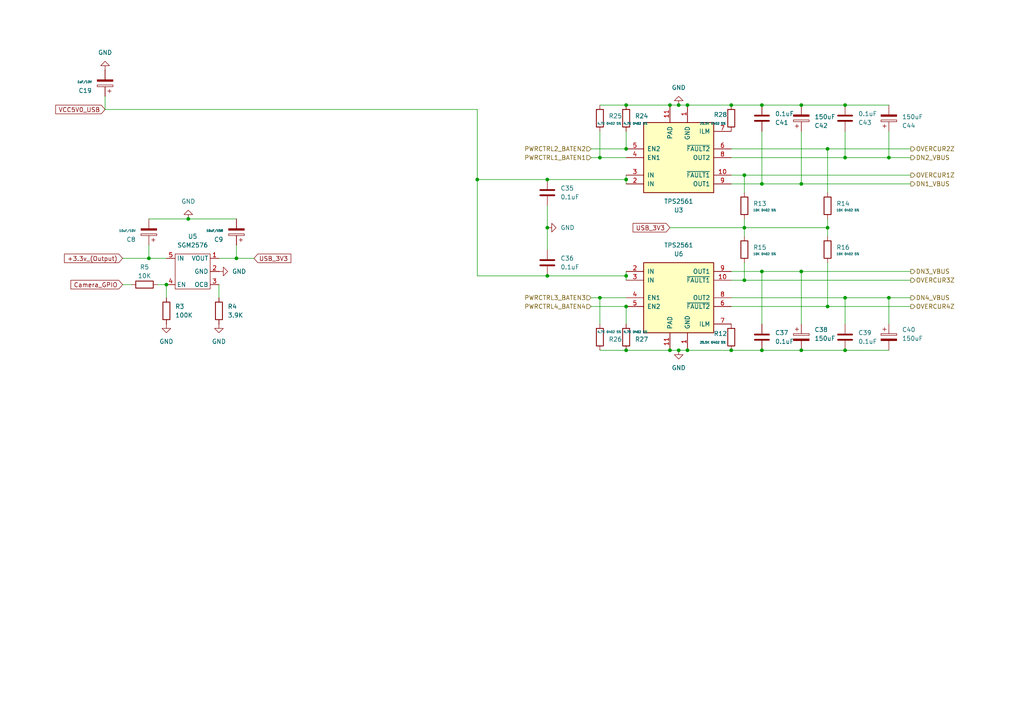
<source format=kicad_sch>
(kicad_sch (version 20250114) (generator "eeschema") (generator_version "9.0")
  (paper "A4")
  (lib_symbols
    (symbol "Device:C" (pin_numbers (hide yes)) (pin_names (offset 0.254))
      (property "Reference" "C" (at 0.635 2.54 0))
      (property "Value" "C" (at 0.635 -2.54 0))
      (symbol "C_0_1"
        (polyline (pts (xy -2.032 0.762) (xy 2.032 0.762)) (stroke (width 0.508)))
        (polyline (pts (xy -2.032 -0.762) (xy 2.032 -0.762)) (stroke (width 0.508)))
      )
      (symbol "C_1_1"
        (pin passive line (at 0 3.81 270) (length 2.794) (name "~") (number "1"))
        (pin passive line (at 0 -3.81 90) (length 2.794) (name "~") (number "2"))
      )
    )
    (symbol "Device:C_Polarized" (pin_numbers (hide yes)) (pin_names (offset 0.254))
      (property "Reference" "C" (at 0.635 2.54 0))
      (property "Value" "C_Polarized" (at 0.635 -2.54 0))
      (symbol "C_Polarized_0_1"
        (rectangle (start -2.286 0.508) (end 2.286 1.016))
        (polyline (pts (xy -1.778 2.286) (xy -0.762 2.286)))
        (polyline (pts (xy -1.27 2.794) (xy -1.27 1.778)))
        (rectangle (start 2.286 -0.508) (end -2.286 -1.016) (fill (type outline)))
      )
      (symbol "C_Polarized_1_1"
        (pin passive line (at 0 3.81 270) (length 2.794) (name "~") (number "1"))
        (pin passive line (at 0 -3.81 90) (length 2.794) (name "~") (number "2"))
      )
    )
    (symbol "Device:R" (pin_numbers (hide yes)) (pin_names (offset 0))
      (property "Reference" "R" (at 2.032 0 90))
      (property "Value" "R" (at 0 0 90))
      (symbol "R_0_1"
        (rectangle (start -1.016 -2.54) (end 1.016 2.54) (stroke (width 0.254)))
      )
      (symbol "R_1_1"
        (pin passive line (at 0 3.81 270) (length 1.27) (name "~") (number "1"))
        (pin passive line (at 0 -3.81 90) (length 1.27) (name "~") (number "2"))
      )
    )
    (symbol "Interface_USB:TPS2561" (pin_names (offset 1.016))
      (property "Reference" "U" (at -10.16 12.7 0))
      (property "Value" "TPS2561" (at -5.08 12.7 0))
      (symbol "TPS2561_0_1"
        (rectangle (start -10.16 10.16) (end 10.16 -10.16) (stroke (width 0.254)) (fill (type background)))
      )
      (symbol "TPS2561_1_1"
        (pin power_in line (at -15.24 7.62 0) (length 5.08) (name "IN") (number "2"))
        (pin power_in line (at -15.24 5.08 0) (length 5.08) (name "IN") (number "3"))
        (pin input line (at -15.24 0 0) (length 5.08) (name "EN1") (number "4"))
        (pin input line (at -15.24 -2.54 0) (length 5.08) (name "EN2") (number "5"))
        (pin power_in line (at -2.54 -15.24 90) (length 5.08) (name "PAD") (number "11"))
        (pin power_in line (at 2.54 -15.24 90) (length 5.08) (name "GND") (number "1"))
        (pin output line (at 15.24 7.62 180) (length 5.08) (name "OUT1") (number "9"))
        (pin output line (at 15.24 5.08 180) (length 5.08) (name "~{FAULT1}") (number "10"))
        (pin output line (at 15.24 0 180) (length 5.08) (name "OUT2") (number "8"))
        (pin output line (at 15.24 -2.54 180) (length 5.08) (name "~{FAULT2}") (number "6"))
        (pin output line (at 15.24 -7.62 180) (length 5.08) (name "ILM") (number "7"))
      )
    )
    (symbol "power:GND" (power) (pin_numbers (hide yes)) (pin_names (offset 0) (hide yes))
      (property "Value" "GND" (at 0 -3.81 0))
      (symbol "GND_0_1"
        (polyline (pts (xy 0 0) (xy 0 -1.27) (xy 1.27 -1.27) (xy 0 -2.54) (xy -1.27 -1.27) (xy 0 -1.27)))
      )
      (symbol "GND_1_1"
        (pin power_in line (at 0 0 270) (length 0) (name "~") (number "1"))
      )
    )
    (symbol "raxda:SGM2576YN5G/TR"
      (property "Reference" "U" (at 0 6.858 0))
      (symbol "SGM2576YN5G/TR_0_1"
        (rectangle (start -5.08 5.08) (end 5.08 -5.08))
      )
      (symbol "SGM2576YN5G/TR_1_1"
        (pin input line (at -7.62 3.81 0) (length 2.54) (name "IN") (number "5"))
        (pin input line (at -7.62 -3.81 0) (length 2.54) (name "EN") (number "4"))
        (pin input line (at 7.62 3.81 180) (length 2.54) (name "VOUT") (number "1"))
        (pin passive line (at 7.62 0 180) (length 2.54) (name "GND") (number "2"))
        (pin output line (at 7.62 -3.81 180) (length 2.54) (name "OCB") (number "3"))
      )
    )
  )
  (junction (at 240.03 88.9))
  (junction (at 48.26 82.55))
  (junction (at 181.61 30.48))
  (junction (at 215.9 66.04))
  (junction (at 173.99 45.72))
  (junction (at 158.75 80.01))
  (junction (at 245.11 86.36))
  (junction (at 245.11 45.72))
  (junction (at 138.43 52.07))
  (junction (at 220.98 101.6))
  (junction (at 220.98 30.48))
  (junction (at 158.75 66.04))
  (junction (at 257.81 86.36))
  (junction (at 181.61 80.01))
  (junction (at 240.03 66.04))
  (junction (at 257.81 45.72))
  (junction (at 181.61 43.18))
  (junction (at 181.61 88.9))
  (junction (at 196.85 101.6))
  (junction (at 220.98 78.74))
  (junction (at 68.58 74.93))
  (junction (at 245.11 101.6))
  (junction (at 194.31 101.6))
  (junction (at 232.41 30.48))
  (junction (at 232.41 78.74))
  (junction (at 181.61 52.07))
  (junction (at 212.09 30.48))
  (junction (at 199.39 30.48))
  (junction (at 173.99 86.36))
  (junction (at 220.98 53.34))
  (junction (at 232.41 101.6))
  (junction (at 232.41 53.34))
  (junction (at 245.11 30.48))
  (junction (at 54.61 63.5))
  (junction (at 43.18 74.93))
  (junction (at 181.61 101.6))
  (junction (at 215.9 50.8))
  (junction (at 212.09 101.6))
  (junction (at 194.31 30.48))
  (junction (at 196.85 30.48))
  (junction (at 240.03 43.18))
  (junction (at 215.9 81.28))
  (junction (at 199.39 101.6))
  (junction (at 158.75 52.07))
  (wire (pts (xy 257.81 86.36) (xy 264.16 86.36)))
  (wire (pts (xy 181.61 80.01) (xy 181.61 78.74)))
  (wire (pts (xy 173.99 45.72) (xy 181.61 45.72)))
  (wire (pts (xy 48.26 82.55) (xy 48.26 86.36)))
  (wire (pts (xy 196.85 30.48) (xy 199.39 30.48)))
  (wire (pts (xy 63.5 74.93) (xy 68.58 74.93)))
  (wire (pts (xy 232.41 53.34) (xy 264.16 53.34)))
  (wire (pts (xy 181.61 93.98) (xy 181.61 88.9)))
  (wire (pts (xy 240.03 66.04) (xy 240.03 63.5)))
  (wire (pts (xy 212.09 30.48) (xy 220.98 30.48)))
  (wire (pts (xy 212.09 81.28) (xy 215.9 81.28)))
  (wire (pts (xy 196.85 101.6) (xy 199.39 101.6)))
  (wire (pts (xy 158.75 66.04) (xy 158.75 72.39)))
  (wire (pts (xy 181.61 30.48) (xy 194.31 30.48)))
  (wire (pts (xy 220.98 101.6) (xy 232.41 101.6)))
  (wire (pts (xy 173.99 86.36) (xy 181.61 86.36)))
  (wire (pts (xy 240.03 76.2) (xy 240.03 88.9)))
  (wire (pts (xy 54.61 63.5) (xy 68.58 63.5)))
  (wire (pts (xy 68.58 71.12) (xy 68.58 74.93)))
  (wire (pts (xy 212.09 101.6) (xy 220.98 101.6)))
  (wire (pts (xy 30.48 31.75) (xy 138.43 31.75)))
  (wire (pts (xy 199.39 30.48) (xy 212.09 30.48)))
  (wire (pts (xy 138.43 52.07) (xy 158.75 52.07)))
  (wire (pts (xy 245.11 45.72) (xy 257.81 45.72)))
  (wire (pts (xy 212.09 45.72) (xy 245.11 45.72)))
  (wire (pts (xy 240.03 43.18) (xy 240.03 55.88)))
  (wire (pts (xy 257.81 45.72) (xy 257.81 38.1)))
  (wire (pts (xy 181.61 38.1) (xy 181.61 43.18)))
  (wire (pts (xy 220.98 78.74) (xy 232.41 78.74)))
  (wire (pts (xy 173.99 38.1) (xy 173.99 45.72)))
  (wire (pts (xy 212.09 43.18) (xy 240.03 43.18)))
  (wire (pts (xy 54.61 63.5) (xy 43.18 63.5)))
  (wire (pts (xy 181.61 53.34) (xy 181.61 52.07)))
  (wire (pts (xy 43.18 71.12) (xy 43.18 74.93)))
  (wire (pts (xy 220.98 53.34) (xy 232.41 53.34)))
  (wire (pts (xy 158.75 59.69) (xy 158.75 66.04)))
  (wire (pts (xy 63.5 86.36) (xy 63.5 82.55)))
  (wire (pts (xy 181.61 52.07) (xy 181.61 50.8)))
  (wire (pts (xy 173.99 30.48) (xy 181.61 30.48)))
  (wire (pts (xy 138.43 31.75) (xy 138.43 52.07)))
  (wire (pts (xy 232.41 78.74) (xy 232.41 93.98)))
  (wire (pts (xy 212.09 50.8) (xy 215.9 50.8)))
  (wire (pts (xy 232.41 30.48) (xy 245.11 30.48)))
  (wire (pts (xy 215.9 50.8) (xy 215.9 55.88)))
  (wire (pts (xy 257.81 45.72) (xy 264.16 45.72)))
  (wire (pts (xy 212.09 78.74) (xy 220.98 78.74)))
  (wire (pts (xy 181.61 81.28) (xy 181.61 80.01)))
  (wire (pts (xy 232.41 53.34) (xy 232.41 38.1)))
  (wire (pts (xy 35.56 74.93) (xy 43.18 74.93)))
  (wire (pts (xy 245.11 86.36) (xy 257.81 86.36)))
  (wire (pts (xy 138.43 52.07) (xy 138.43 80.01)))
  (wire (pts (xy 171.45 45.72) (xy 173.99 45.72)))
  (wire (pts (xy 240.03 88.9) (xy 264.16 88.9)))
  (wire (pts (xy 220.98 38.1) (xy 220.98 53.34)))
  (wire (pts (xy 215.9 66.04) (xy 215.9 68.58)))
  (wire (pts (xy 171.45 86.36) (xy 173.99 86.36)))
  (wire (pts (xy 245.11 101.6) (xy 257.81 101.6)))
  (wire (pts (xy 35.56 82.55) (xy 38.1 82.55)))
  (wire (pts (xy 245.11 30.48) (xy 257.81 30.48)))
  (wire (pts (xy 199.39 101.6) (xy 212.09 101.6)))
  (wire (pts (xy 240.03 43.18) (xy 264.16 43.18)))
  (wire (pts (xy 215.9 50.8) (xy 264.16 50.8)))
  (wire (pts (xy 215.9 63.5) (xy 215.9 66.04)))
  (wire (pts (xy 232.41 101.6) (xy 245.11 101.6)))
  (wire (pts (xy 173.99 93.98) (xy 173.99 86.36)))
  (wire (pts (xy 215.9 81.28) (xy 264.16 81.28)))
  (wire (pts (xy 43.18 74.93) (xy 48.26 74.93)))
  (wire (pts (xy 45.72 82.55) (xy 48.26 82.55)))
  (wire (pts (xy 171.45 88.9) (xy 181.61 88.9)))
  (wire (pts (xy 158.75 52.07) (xy 181.61 52.07)))
  (wire (pts (xy 171.45 43.18) (xy 181.61 43.18)))
  (wire (pts (xy 181.61 101.6) (xy 194.31 101.6)))
  (wire (pts (xy 240.03 66.04) (xy 240.03 68.58)))
  (wire (pts (xy 30.48 27.94) (xy 30.48 31.75)))
  (wire (pts (xy 215.9 76.2) (xy 215.9 81.28)))
  (wire (pts (xy 220.98 78.74) (xy 220.98 93.98)))
  (wire (pts (xy 158.75 80.01) (xy 181.61 80.01)))
  (wire (pts (xy 257.81 86.36) (xy 257.81 93.98)))
  (wire (pts (xy 232.41 78.74) (xy 264.16 78.74)))
  (wire (pts (xy 138.43 80.01) (xy 158.75 80.01)))
  (wire (pts (xy 68.58 74.93) (xy 73.66 74.93)))
  (wire (pts (xy 245.11 86.36) (xy 245.11 93.98)))
  (wire (pts (xy 215.9 66.04) (xy 240.03 66.04)))
  (wire (pts (xy 212.09 53.34) (xy 220.98 53.34)))
  (wire (pts (xy 245.11 45.72) (xy 245.11 38.1)))
  (wire (pts (xy 194.31 66.04) (xy 215.9 66.04)))
  (wire (pts (xy 212.09 86.36) (xy 245.11 86.36)))
  (wire (pts (xy 194.31 101.6) (xy 196.85 101.6)))
  (wire (pts (xy 212.09 88.9) (xy 240.03 88.9)))
  (wire (pts (xy 194.31 30.48) (xy 196.85 30.48)))
  (wire (pts (xy 173.99 101.6) (xy 181.61 101.6)))
  (wire (pts (xy 220.98 30.48) (xy 232.41 30.48)))
  (global_label "USB_3V3" (shape input) (at 194.31 66.04 180) (property "Intersheetrefs" "${INTERSHEET_REFS}" (effects (hide yes))))
  (global_label "USB_3V3" (shape input) (at 73.66 74.93 0) (property "Intersheetrefs" "${INTERSHEET_REFS}" (effects (hide yes))))
  (global_label "Camera_GPIO" (shape input) (at 35.56 82.55 180) (property "Intersheetrefs" "${INTERSHEET_REFS}" (effects (hide yes))))
  (global_label "+3.3v_(Output)" (shape input) (at 35.56 74.93 180) (property "Intersheetrefs" "${INTERSHEET_REFS}" (effects (hide yes))))
  (global_label "VCC5V0_USB" (shape input) (at 30.48 31.75 180) (property "Intersheetrefs" "${INTERSHEET_REFS}" (effects (hide yes))))
  (hierarchical_label "PWRCTRL3_BATEN3" (shape input) (at 171.45 86.36 180))
  (hierarchical_label "PWRCTRL1_BATEN1" (shape input) (at 171.45 45.72 180))
  (hierarchical_label "PWRCTRL2_BATEN2" (shape input) (at 171.45 43.18 180))
  (hierarchical_label "DN1_VBUS" (shape output) (at 264.16 53.34 0))
  (hierarchical_label "DN2_VBUS" (shape output) (at 264.16 45.72 0))
  (hierarchical_label "OVERCUR4Z" (shape output) (at 264.16 88.9 0))
  (hierarchical_label "OVERCUR2Z" (shape output) (at 264.16 43.18 0))
  (hierarchical_label "OVERCUR3Z" (shape output) (at 264.16 81.28 0))
  (hierarchical_label "OVERCUR1Z" (shape output) (at 264.16 50.8 0))
  (hierarchical_label "DN3_VBUS" (shape output) (at 264.16 78.74 0))
  (hierarchical_label "DN4_VBUS" (shape output) (at 264.16 86.36 0))
  (hierarchical_label "PWRCTRL4_BATEN4" (shape input) (at 171.45 88.9 180))
  (symbol (lib_id "Device:R") (at 240.03 59.69 0) (unit 1)
    (property "Reference" "R14" (at 242.57 59.0549 0) (effects (justify left)))
    (property "Value" "10K 0402 5%" (at 242.57 60.96 0) (effects (font (size 0.635 0.635)) (justify left)))
    (property "Description" "Resistor" (effects (hide yes)))
  )
  (symbol (lib_id "raxda:SGM2576YN5G/TR") (at 55.88 78.74 0) (unit 1)
    (property "Reference" "U5" (at 55.88 68.58 0))
    (property "Value" "SGM2576" (at 55.88 71.12 0))
  )
  (symbol (lib_id "Device:C") (at 158.75 55.88 0) (unit 1)
    (property "Reference" "C35" (at 162.56 54.6099 0) (effects (justify left)))
    (property "Value" "0.1uF" (at 162.56 57.1499 0) (effects (justify left)))
    (property "Description" "Unpolarized capacitor" (effects (hide yes)))
  )
  (symbol (lib_id "power:GND") (at 30.48 20.32 180) (unit 1)
    (property "Reference" "#PWR028" (effects (hide yes)))
    (property "Value" "GND" (at 30.48 15.24 0))
    (property "Description" "Power symbol creates a global label with name \"GND\" , ground" (effects (hide yes)))
  )
  (symbol (lib_id "Device:R") (at 173.99 34.29 0) (unit 1)
    (property "Reference" "R25" (at 176.53 33.6549 0) (effects (justify left)))
    (property "Value" "4.7K 0402 5%" (at 173.228 35.814 0) (effects (font (size 0.635 0.635)) (justify left)))
    (property "Description" "Resistor" (effects (hide yes)))
  )
  (symbol (lib_id "Device:R") (at 181.61 34.29 0) (unit 1)
    (property "Reference" "R24" (at 184.15 33.6549 0) (effects (justify left)))
    (property "Value" "4.7K 0402 5%" (at 180.848 35.814 0) (effects (font (size 0.635 0.635)) (justify left)))
    (property "Description" "Resistor" (effects (hide yes)))
  )
  (symbol (lib_id "Device:R") (at 215.9 72.39 0) (unit 1)
    (property "Reference" "R15" (at 218.44 71.7549 0) (effects (justify left)))
    (property "Value" "10K 0402 5%" (at 218.44 73.66 0) (effects (font (size 0.635 0.635)) (justify left)))
    (property "Description" "Resistor" (effects (hide yes)))
  )
  (symbol (lib_id "Device:C") (at 220.98 34.29 0) (mirror x) (unit 1)
    (property "Reference" "C41" (at 224.79 35.5601 0) (effects (justify left)))
    (property "Value" "0.1uF" (at 224.79 33.0201 0) (effects (justify left)))
    (property "Description" "Unpolarized capacitor" (effects (hide yes)))
  )
  (symbol (lib_id "Device:R") (at 240.03 72.39 0) (unit 1)
    (property "Reference" "R16" (at 242.57 71.7549 0) (effects (justify left)))
    (property "Value" "10K 0402 5%" (at 242.57 73.66 0) (effects (font (size 0.635 0.635)) (justify left)))
    (property "Description" "Resistor" (effects (hide yes)))
  )
  (symbol (lib_id "power:GND") (at 158.75 66.04 90) (mirror x) (unit 1)
    (property "Reference" "#PWR044" (effects (hide yes)))
    (property "Value" "GND" (at 162.56 66.0399 90) (effects (justify right)))
    (property "Description" "Power symbol creates a global label with name \"GND\" , ground" (effects (hide yes)))
  )
  (symbol (lib_id "Device:C_Polarized") (at 43.18 67.31 180) (unit 1)
    (property "Reference" "C8" (at 39.37 69.4691 0) (effects (justify left)))
    (property "Value" "10uF/10V" (at 39.37 66.9291 0) (effects (font (size 0.635 0.635)) (justify left)))
    (property "Description" "Polarized capacitor" (effects (hide yes)))
  )
  (symbol (lib_id "Device:R") (at 63.5 90.17 0) (unit 1)
    (property "Reference" "R4" (at 66.04 88.8999 0) (effects (justify left)))
    (property "Value" "3.9K" (at 66.04 91.4399 0) (effects (justify left)))
    (property "Description" "Resistor" (effects (hide yes)))
  )
  (symbol (lib_id "Device:C_Polarized") (at 232.41 34.29 0) (mirror x) (unit 1)
    (property "Reference" "C42" (at 236.22 36.4491 0) (effects (justify left)))
    (property "Value" "150uF" (at 236.22 33.9091 0) (effects (justify left)))
    (property "Description" "Polarized capacitor" (effects (hide yes)))
  )
  (symbol (lib_id "Device:C_Polarized") (at 232.41 97.79 0) (unit 1)
    (property "Reference" "C38" (at 236.22 95.6309 0) (effects (justify left)))
    (property "Value" "150uF" (at 236.22 98.1709 0) (effects (justify left)))
    (property "Description" "Polarized capacitor" (effects (hide yes)))
  )
  (symbol (lib_id "Device:C") (at 158.75 76.2 0) (unit 1)
    (property "Reference" "C36" (at 162.56 74.9299 0) (effects (justify left)))
    (property "Value" "0.1uF" (at 162.56 77.4699 0) (effects (justify left)))
    (property "Description" "Unpolarized capacitor" (effects (hide yes)))
  )
  (symbol (lib_id "power:GND") (at 63.5 93.98 0) (unit 1)
    (property "Reference" "#PWR016" (effects (hide yes)))
    (property "Value" "GND" (at 63.5 99.06 0))
    (property "Description" "Power symbol creates a global label with name \"GND\" , ground" (effects (hide yes)))
  )
  (symbol (lib_id "Device:R") (at 212.09 97.79 0) (unit 1)
    (property "Reference" "R12" (at 207.01 96.774 0) (effects (justify left)))
    (property "Value" "25.5K 0402 5%" (at 202.946 99.314 0) (effects (font (size 0.635 0.635)) (justify left)))
    (property "Description" "Resistor" (effects (hide yes)))
  )
  (symbol (lib_id "Device:R") (at 215.9 59.69 0) (unit 1)
    (property "Reference" "R13" (at 218.44 59.0549 0) (effects (justify left)))
    (property "Value" "10K 0402 5%" (at 218.44 60.96 0) (effects (font (size 0.635 0.635)) (justify left)))
    (property "Description" "Resistor" (effects (hide yes)))
  )
  (symbol (lib_id "Device:C") (at 245.11 97.79 0) (unit 1)
    (property "Reference" "C39" (at 248.92 96.5199 0) (effects (justify left)))
    (property "Value" "0.1uF" (at 248.92 99.0599 0) (effects (justify left)))
    (property "Description" "Unpolarized capacitor" (effects (hide yes)))
  )
  (symbol (lib_id "power:GND") (at 63.5 78.74 90) (unit 1)
    (property "Reference" "#PWR015" (effects (hide yes)))
    (property "Value" "GND" (at 67.31 78.7399 90) (effects (justify right)))
    (property "Description" "Power symbol creates a global label with name \"GND\" , ground" (effects (hide yes)))
  )
  (symbol (lib_id "Device:R") (at 48.26 90.17 0) (unit 1)
    (property "Reference" "R3" (at 50.8 88.8999 0) (effects (justify left)))
    (property "Value" "100K" (at 50.8 91.4399 0) (effects (justify left)))
    (property "Description" "Resistor" (effects (hide yes)))
  )
  (symbol (lib_id "Device:R") (at 181.61 97.79 0) (mirror x) (unit 1)
    (property "Reference" "R27" (at 184.15 98.4251 0) (effects (justify left)))
    (property "Value" "4.7K 0402 5%" (at 180.848 96.266 0) (effects (font (size 0.635 0.635)) (justify left)))
    (property "Description" "Resistor" (effects (hide yes)))
  )
  (symbol (lib_id "Device:C_Polarized") (at 257.81 34.29 0) (mirror x) (unit 1)
    (property "Reference" "C44" (at 261.62 36.4491 0) (effects (justify left)))
    (property "Value" "150uF" (at 261.62 33.9091 0) (effects (justify left)))
    (property "Description" "Polarized capacitor" (effects (hide yes)))
  )
  (symbol (lib_id "Device:R") (at 41.91 82.55 270) (unit 1)
    (property "Reference" "R5" (at 41.91 77.47 90))
    (property "Value" "10K" (at 41.91 80.01 90))
    (property "Description" "Resistor" (effects (hide yes)))
  )
  (symbol (lib_id "Device:C") (at 220.98 97.79 0) (unit 1)
    (property "Reference" "C37" (at 224.79 96.5199 0) (effects (justify left)))
    (property "Value" "0.1uF" (at 224.79 99.0599 0) (effects (justify left)))
    (property "Description" "Unpolarized capacitor" (effects (hide yes)))
  )
  (symbol (lib_id "Device:C_Polarized") (at 30.48 24.13 180) (unit 1)
    (property "Reference" "C19" (at 26.67 26.2891 0) (effects (justify left)))
    (property "Value" "1uF/10V" (at 26.67 23.7491 0) (effects (font (size 0.635 0.635)) (justify left)))
    (property "Description" "Polarized capacitor" (effects (hide yes)))
  )
  (symbol (lib_id "power:GND") (at 196.85 101.6 0) (mirror y) (unit 1)
    (property "Reference" "#PWR043" (effects (hide yes)))
    (property "Value" "GND" (at 196.85 106.68 0))
    (property "Description" "Power symbol creates a global label with name \"GND\" , ground" (effects (hide yes)))
  )
  (symbol (lib_id "Device:C_Polarized") (at 257.81 97.79 0) (unit 1)
    (property "Reference" "C40" (at 261.62 95.6309 0) (effects (justify left)))
    (property "Value" "150uF" (at 261.62 98.1709 0) (effects (justify left)))
    (property "Description" "Polarized capacitor" (effects (hide yes)))
  )
  (symbol (lib_id "power:GND") (at 196.85 30.48 0) (mirror x) (unit 1)
    (property "Reference" "#PWR042" (effects (hide yes)))
    (property "Value" "GND" (at 196.85 25.4 0))
    (property "Description" "Power symbol creates a global label with name \"GND\" , ground" (effects (hide yes)))
  )
  (symbol (lib_id "Interface_USB:TPS2561") (at 196.85 45.72 0) (mirror x) (unit 1)
    (property "Reference" "U3" (at 196.85 60.96 0))
    (property "Value" "TPS2561" (at 196.85 58.42 0))
    (property "Footprint" "Package_SON:VSON-10-1EP_3x3mm_P0.5mm_EP1.65x2.4mm_ThermalVias" (effects (hide yes)))
    (property "Datasheet" "http://www.ti.com/lit/ds/symlink/tps2561.pdf" (effects (hide yes)))
    (property "Description" "Dual channel precision adjustable current-limited power switches" (effects (hide yes)))
  )
  (symbol (lib_id "power:GND") (at 48.26 93.98 0) (unit 1)
    (property "Reference" "#PWR014" (effects (hide yes)))
    (property "Value" "GND" (at 48.26 99.06 0))
    (property "Description" "Power symbol creates a global label with name \"GND\" , ground" (effects (hide yes)))
  )
  (symbol (lib_id "Interface_USB:TPS2561") (at 196.85 86.36 0) (unit 1)
    (property "Reference" "U6" (at 196.85 73.66 0))
    (property "Value" "TPS2561" (at 196.85 71.12 0))
    (property "Footprint" "Package_SON:VSON-10-1EP_3x3mm_P0.5mm_EP1.65x2.4mm_ThermalVias" (effects (hide yes)))
    (property "Datasheet" "http://www.ti.com/lit/ds/symlink/tps2561.pdf" (effects (hide yes)))
    (property "Description" "Dual channel precision adjustable current-limited power switches" (effects (hide yes)))
  )
  (symbol (lib_id "power:GND") (at 54.61 63.5 180) (unit 1)
    (property "Reference" "#PWR013" (effects (hide yes)))
    (property "Value" "GND" (at 54.61 58.42 0))
    (property "Description" "Power symbol creates a global label with name \"GND\" , ground" (effects (hide yes)))
  )
  (symbol (lib_id "Device:R") (at 173.99 97.79 0) (mirror x) (unit 1)
    (property "Reference" "R26" (at 176.53 98.4251 0) (effects (justify left)))
    (property "Value" "4.7K 0402 5%" (at 173.228 96.266 0) (effects (font (size 0.635 0.635)) (justify left)))
    (property "Description" "Resistor" (effects (hide yes)))
  )
  (symbol (lib_id "Device:R") (at 212.09 34.29 0) (unit 1)
    (property "Reference" "R28" (at 207.01 33.274 0) (effects (justify left)))
    (property "Value" "25.5K 0402 5%" (at 202.946 35.814 0) (effects (font (size 0.635 0.635)) (justify left)))
    (property "Description" "Resistor" (effects (hide yes)))
  )
  (symbol (lib_id "Device:C") (at 245.11 34.29 0) (mirror x) (unit 1)
    (property "Reference" "C43" (at 248.92 35.5601 0) (effects (justify left)))
    (property "Value" "0.1uF" (at 248.92 33.0201 0) (effects (justify left)))
    (property "Description" "Unpolarized capacitor" (effects (hide yes)))
  )
  (symbol (lib_id "Device:C_Polarized") (at 68.58 67.31 180) (unit 1)
    (property "Reference" "C9" (at 64.77 69.4691 0) (effects (justify left)))
    (property "Value" "10uF/X5R" (at 64.77 66.9291 0) (effects (font (size 0.635 0.635)) (justify left)))
    (property "Description" "Polarized capacitor" (effects (hide yes)))
  )
)
</source>
